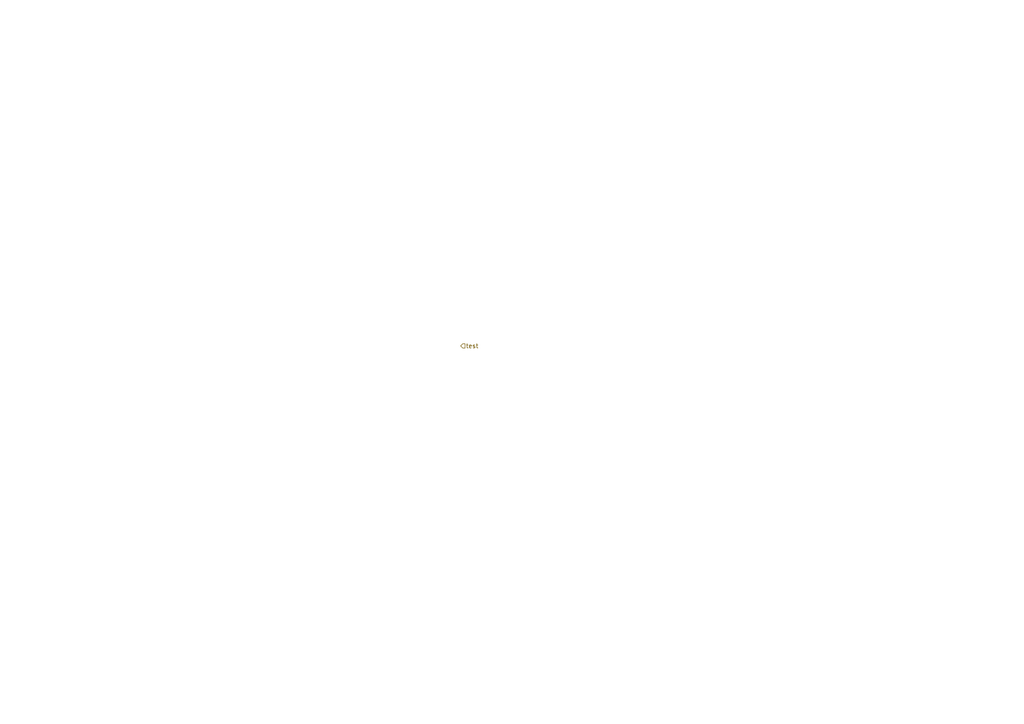
<source format=kicad_sch>
(kicad_sch (version 20211123) (generator eeschema)

  (uuid d6263ccf-54cb-4f38-9a9d-3004a5934956)

  (paper "A4")

  (lib_symbols
  )


  (hierarchical_label "test" (shape input) (at 133.604 100.33 0)
    (effects (font (size 1.27 1.27)) (justify left))
    (uuid 8a5a3a87-c2fb-459c-8ae8-e31c7b1780c6)
  )
)

</source>
